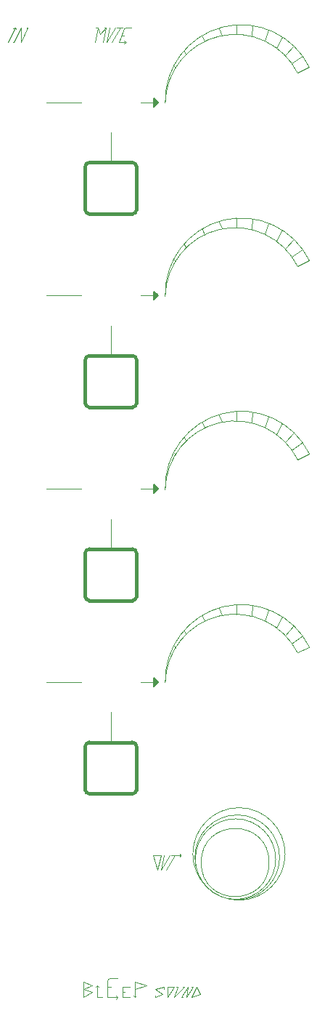
<source format=gto>
G04 #@! TF.GenerationSoftware,KiCad,Pcbnew,(6.0.0)*
G04 #@! TF.CreationDate,2022-02-14T14:22:26+01:00*
G04 #@! TF.ProjectId,Basic-mixer,42617369-632d-46d6-9978-65722e6b6963,rev?*
G04 #@! TF.SameCoordinates,Original*
G04 #@! TF.FileFunction,Legend,Top*
G04 #@! TF.FilePolarity,Positive*
%FSLAX46Y46*%
G04 Gerber Fmt 4.6, Leading zero omitted, Abs format (unit mm)*
G04 Created by KiCad (PCBNEW (6.0.0)) date 2022-02-14 14:22:26*
%MOMM*%
%LPD*%
G01*
G04 APERTURE LIST*
%ADD10C,0.120000*%
%ADD11C,0.400000*%
%ADD12C,0.150000*%
%ADD13C,0.100000*%
%ADD14O,6.700000X4.200000*%
G04 APERTURE END LIST*
D10*
X86900000Y-142800000D02*
X86900000Y-144200000D01*
X88100000Y-144200000D02*
X89300000Y-144200000D01*
X85300000Y-144200000D02*
X86300000Y-143600000D01*
X86300000Y-143600000D02*
X85300000Y-143200000D01*
X86900000Y-144200000D02*
X87500000Y-144200000D01*
X88500000Y-142000000D02*
X89300000Y-142000000D01*
X89900000Y-144200000D02*
X90700000Y-144200000D01*
X91300000Y-142400000D02*
X92700000Y-142800000D01*
X88100000Y-142400000D02*
X88100000Y-144200000D01*
X88100000Y-143000000D02*
X88500000Y-143000000D01*
X89900000Y-143000000D02*
X89900000Y-144200000D01*
X91100000Y-144000000D02*
X91300000Y-144200000D01*
X89900000Y-143000000D02*
X90700000Y-143000000D01*
X91300000Y-144200000D02*
X91300000Y-144000000D01*
X91300000Y-142400000D02*
X91300000Y-144200000D01*
X92700000Y-142800000D02*
X91300000Y-143200000D01*
X89900000Y-143600000D02*
X90100000Y-143600000D01*
X85300000Y-143200000D02*
X86300000Y-142800000D01*
X91300000Y-144200000D02*
X91500000Y-144000000D01*
X85300000Y-142400000D02*
X85300000Y-144200000D01*
X86300000Y-142800000D02*
X85300000Y-142400000D01*
X98100000Y-143000000D02*
X97900000Y-143000000D01*
X93700000Y-144200000D02*
X93700000Y-144000000D01*
X95100000Y-143000000D02*
X95100000Y-144200000D01*
X96300000Y-143000000D02*
X95900000Y-144200000D01*
X95900000Y-144200000D02*
X97100000Y-143000000D01*
X98500000Y-143000000D02*
X97900000Y-144200000D01*
X98500000Y-143000000D02*
X98900000Y-143800000D01*
X94700000Y-143000000D02*
X94700000Y-143200000D01*
X86900000Y-142800000D02*
X86700000Y-143000000D01*
X86900000Y-142800000D02*
X87100000Y-143000000D01*
X97500000Y-143000000D02*
X97300000Y-144200000D01*
X88500000Y-142000000D02*
G75*
G03*
X88100000Y-142400000I-1J-399999D01*
G01*
X94500000Y-143800000D02*
X93700000Y-144200000D01*
X89300000Y-144200000D02*
X89100000Y-144000000D01*
X89300000Y-144200000D02*
X89100000Y-144400000D01*
X93700000Y-143200000D02*
X94500000Y-143800000D01*
X95900000Y-143000000D02*
X95100000Y-143000000D01*
X97300000Y-144200000D02*
X98100000Y-143000000D01*
X97500000Y-143000000D02*
X96700000Y-144200000D01*
X96300000Y-143000000D02*
X96100000Y-143000000D01*
X96700000Y-144200000D02*
X96900000Y-144200000D01*
X97100000Y-143000000D02*
X96900000Y-143000000D01*
X95100000Y-144200000D02*
X95900000Y-143000000D01*
X97900000Y-144200000D02*
X98900000Y-143800000D01*
X94700000Y-143000000D02*
X93700000Y-143200000D01*
X88500000Y-43500000D02*
X88500000Y-47000000D01*
X95550000Y-127650000D02*
X96250000Y-127650000D01*
X93950000Y-129350000D02*
X93450000Y-127650000D01*
X93450000Y-127650000D02*
X94350000Y-127650000D01*
X94650000Y-127650000D02*
X94350000Y-129350000D01*
X94350000Y-129350000D02*
X95350000Y-127650000D01*
X94350000Y-127650000D02*
X93950000Y-129350000D01*
X95950000Y-127650000D02*
X94950000Y-129350000D01*
X108835165Y-127500000D02*
G75*
G03*
X108835165Y-127500000I-5385165J0D01*
G01*
X108189636Y-127900000D02*
G75*
G03*
X108189636Y-127900000I-4939636J0D01*
G01*
X107736150Y-128100000D02*
G75*
G03*
X107736150Y-128100000I-4686150J0D01*
G01*
X106969887Y-128500000D02*
G75*
G03*
X106969887Y-128500000I-3969887J0D01*
G01*
X77300000Y-31300000D02*
X77100000Y-31400000D01*
X77200000Y-33000000D02*
X78000000Y-31300000D01*
X77200000Y-33000000D02*
X77100000Y-33000000D01*
X78000000Y-31300000D02*
X78000000Y-33000000D01*
X77300000Y-31300000D02*
X77400000Y-31500000D01*
X78000000Y-33000000D02*
X78800000Y-31300000D01*
X76500000Y-33000000D02*
X77300000Y-31300000D01*
X78800000Y-31300000D02*
X78700000Y-31300000D01*
X106455151Y-32854115D02*
X106841985Y-31599148D01*
X110281985Y-104069148D02*
G75*
G03*
X94841985Y-107599148I-7281985J-3680852D01*
G01*
X96650000Y-127650000D02*
X96550000Y-127850000D01*
X103141985Y-99599148D02*
X103141985Y-98499148D01*
X95841985Y-103299148D02*
X96041985Y-103499148D01*
X81000000Y-107500000D02*
X85000000Y-107500000D01*
X110281985Y-81569148D02*
G75*
G03*
X94841985Y-85099148I-7281985J-3680852D01*
G01*
X103141985Y-32099148D02*
X103141985Y-30999148D01*
X106455151Y-77854115D02*
X106841985Y-76599148D01*
X104941985Y-54799148D02*
X105041985Y-53599148D01*
X104941985Y-99799148D02*
X105041985Y-98599148D01*
D11*
X85500000Y-47500000D02*
X85500000Y-52500000D01*
D10*
X88000000Y-33000000D02*
X89000000Y-31300000D01*
X110281985Y-104069148D02*
X111655151Y-103404115D01*
X111655151Y-35904115D02*
G75*
G03*
X94841985Y-40099148I-7949575J-3929148D01*
G01*
D11*
X91500000Y-47500000D02*
G75*
G03*
X91000000Y-47000000I-500001J-1D01*
G01*
D10*
X87950000Y-31300000D02*
X87250000Y-32050000D01*
X104941985Y-77299148D02*
X105041985Y-76099148D01*
D11*
X91500000Y-92500000D02*
G75*
G03*
X91000000Y-92000000I-500001J-1D01*
G01*
X85500000Y-70000000D02*
X85500000Y-75000000D01*
D12*
X94000000Y-62500000D02*
X93500000Y-63000000D01*
X93500000Y-63000000D02*
X93500000Y-62000000D01*
X93500000Y-62000000D02*
X94000000Y-62500000D01*
G36*
X94000000Y-62500000D02*
G01*
X93500000Y-63000000D01*
X93500000Y-62000000D01*
X94000000Y-62500000D01*
G37*
X94000000Y-62500000D02*
X93500000Y-63000000D01*
X93500000Y-62000000D01*
X94000000Y-62500000D01*
D11*
X91500000Y-47500000D02*
X91500000Y-52500000D01*
D10*
X99441985Y-55399148D02*
X99141985Y-54799148D01*
D11*
X86000000Y-114500000D02*
G75*
G03*
X85500000Y-115000000I1J-500001D01*
G01*
X86000000Y-69500000D02*
X91000000Y-69500000D01*
D10*
X87950000Y-31300000D02*
X87550000Y-33000000D01*
X88500000Y-88500000D02*
X88500000Y-92000000D01*
D11*
X86000000Y-114500000D02*
X91000000Y-114500000D01*
D10*
X94000000Y-107500000D02*
X92000000Y-107500000D01*
X87950000Y-31300000D02*
X87750000Y-31300000D01*
D11*
X85500000Y-52500000D02*
G75*
G03*
X86000000Y-53000000I500001J1D01*
G01*
D10*
X108865151Y-79564115D02*
X109805151Y-78434115D01*
D11*
X91500000Y-70000000D02*
X91500000Y-75000000D01*
D10*
X101441985Y-54699148D02*
X101141985Y-53899148D01*
X110281985Y-36569148D02*
G75*
G03*
X94841985Y-40099148I-7281985J-3680852D01*
G01*
X103141985Y-54599148D02*
X103141985Y-53499148D01*
X87250000Y-32050000D02*
X86950000Y-31300000D01*
X108865151Y-57064115D02*
X109805151Y-55934115D01*
D11*
X91000000Y-98000000D02*
X86000000Y-98000000D01*
D10*
X99441985Y-100399148D02*
X99141985Y-99799148D01*
X107791985Y-56149148D02*
X108475151Y-54874115D01*
X89750000Y-32200000D02*
X90050000Y-32200000D01*
X90250000Y-33000000D02*
X90050000Y-32800000D01*
X81000000Y-40000000D02*
X85000000Y-40000000D01*
D11*
X86000000Y-69500000D02*
G75*
G03*
X85500000Y-70000000I1J-500001D01*
G01*
D10*
X101441985Y-32199148D02*
X101141985Y-31399148D01*
X90250000Y-33000000D02*
X90050000Y-33200000D01*
X90450000Y-31300000D02*
X90850000Y-31300000D01*
X110281985Y-36569148D02*
X111655151Y-35904115D01*
X101441985Y-99699148D02*
X101141985Y-98899148D01*
D11*
X86000000Y-92000000D02*
X91000000Y-92000000D01*
D10*
X97041985Y-101499148D02*
X97241985Y-101899148D01*
D12*
X94000000Y-40000000D02*
X93500000Y-40500000D01*
X93500000Y-40500000D02*
X93500000Y-39500000D01*
X93500000Y-39500000D02*
X94000000Y-40000000D01*
G36*
X94000000Y-40000000D02*
G01*
X93500000Y-40500000D01*
X93500000Y-39500000D01*
X94000000Y-40000000D01*
G37*
X94000000Y-40000000D02*
X93500000Y-40500000D01*
X93500000Y-39500000D01*
X94000000Y-40000000D01*
D10*
X96650000Y-127650000D02*
X96550000Y-127450000D01*
D11*
X91000000Y-120500000D02*
X86000000Y-120500000D01*
D10*
X111655151Y-103404115D02*
G75*
G03*
X94841985Y-107599148I-7949575J-3929148D01*
G01*
X107791985Y-78649148D02*
X108475151Y-77374115D01*
D11*
X85500000Y-115000000D02*
X85500000Y-120000000D01*
D10*
X94000000Y-40000000D02*
X92000000Y-40000000D01*
D11*
X91000000Y-98000000D02*
G75*
G03*
X91500000Y-97500000I-1J500001D01*
G01*
X86000000Y-92000000D02*
G75*
G03*
X85500000Y-92500000I1J-500001D01*
G01*
X85500000Y-75000000D02*
G75*
G03*
X86000000Y-75500000I500001J1D01*
G01*
D10*
X107791985Y-101149148D02*
X108475151Y-99874115D01*
X89950000Y-31650000D02*
X89450000Y-33000000D01*
X88300000Y-31300000D02*
X88000000Y-33000000D01*
D11*
X91000000Y-120500000D02*
G75*
G03*
X91500000Y-120000000I-1J500001D01*
G01*
D10*
X86950000Y-31300000D02*
X86650000Y-33000000D01*
D11*
X85500000Y-97500000D02*
G75*
G03*
X86000000Y-98000000I500001J1D01*
G01*
D10*
X90450000Y-31300000D02*
G75*
G03*
X89950000Y-31650000I17013J-556447D01*
G01*
X97041985Y-56499148D02*
X97241985Y-56899148D01*
X81000000Y-85000000D02*
X85000000Y-85000000D01*
X106455151Y-100354115D02*
X106841985Y-99099148D01*
D12*
X94000000Y-85000000D02*
X93500000Y-85500000D01*
X93500000Y-85500000D02*
X93500000Y-84500000D01*
X93500000Y-84500000D02*
X94000000Y-85000000D01*
G36*
X94000000Y-85000000D02*
G01*
X93500000Y-85500000D01*
X93500000Y-84500000D01*
X94000000Y-85000000D01*
G37*
X94000000Y-85000000D02*
X93500000Y-85500000D01*
X93500000Y-84500000D01*
X94000000Y-85000000D01*
D10*
X111655151Y-80904115D02*
G75*
G03*
X94841985Y-85099148I-7949575J-3929148D01*
G01*
X107791985Y-33649148D02*
X108475151Y-32374115D01*
D11*
X86000000Y-47000000D02*
G75*
G03*
X85500000Y-47500000I1J-500001D01*
G01*
D10*
X97041985Y-78999148D02*
X97241985Y-79399148D01*
X108865151Y-102064115D02*
X109805151Y-100934115D01*
D11*
X85500000Y-120000000D02*
G75*
G03*
X86000000Y-120500000I500001J1D01*
G01*
D10*
X89200000Y-31300000D02*
X89900000Y-31300000D01*
D11*
X91500000Y-70000000D02*
G75*
G03*
X91000000Y-69500000I-500001J-1D01*
G01*
D10*
X109625151Y-35494115D02*
X110841985Y-34599148D01*
X106455151Y-55354115D02*
X106841985Y-54099148D01*
X101441985Y-77199148D02*
X101141985Y-76399148D01*
X95841985Y-58299148D02*
X96041985Y-58499148D01*
X94000000Y-85000000D02*
X92000000Y-85000000D01*
D11*
X85500000Y-92500000D02*
X85500000Y-97500000D01*
D10*
X88500000Y-66000000D02*
X88500000Y-69500000D01*
X94000000Y-62500000D02*
X92000000Y-62500000D01*
X81000000Y-62500000D02*
X85000000Y-62500000D01*
X104941985Y-32299148D02*
X105041985Y-31099148D01*
D12*
X94000000Y-107500000D02*
X93500000Y-108000000D01*
X93500000Y-108000000D02*
X93500000Y-107000000D01*
X93500000Y-107000000D02*
X94000000Y-107500000D01*
G36*
X94000000Y-107500000D02*
G01*
X93500000Y-108000000D01*
X93500000Y-107000000D01*
X94000000Y-107500000D01*
G37*
X94000000Y-107500000D02*
X93500000Y-108000000D01*
X93500000Y-107000000D01*
X94000000Y-107500000D01*
D10*
X109625151Y-80494115D02*
X110841985Y-79599148D01*
X96250000Y-127650000D02*
X96650000Y-127650000D01*
X99441985Y-77899148D02*
X99141985Y-77299148D01*
X110281985Y-59069148D02*
G75*
G03*
X94841985Y-62599148I-7281985J-3680852D01*
G01*
D11*
X91000000Y-75500000D02*
X86000000Y-75500000D01*
D10*
X110281985Y-59069148D02*
X111655151Y-58404115D01*
D11*
X86000000Y-47000000D02*
X91000000Y-47000000D01*
D10*
X108865151Y-34564115D02*
X109805151Y-33434115D01*
D11*
X91500000Y-115000000D02*
X91500000Y-120000000D01*
D10*
X86950000Y-31300000D02*
X86750000Y-31300000D01*
D11*
X91500000Y-115000000D02*
G75*
G03*
X91000000Y-114500000I-500001J-1D01*
G01*
X91000000Y-75500000D02*
G75*
G03*
X91500000Y-75000000I-1J500001D01*
G01*
D10*
X109625151Y-57994115D02*
X110841985Y-57099148D01*
D11*
X91000000Y-53000000D02*
G75*
G03*
X91500000Y-52500000I-1J500001D01*
G01*
D10*
X109625151Y-102994115D02*
X110841985Y-102099148D01*
X111655151Y-58404115D02*
G75*
G03*
X94841985Y-62599148I-7949575J-3929148D01*
G01*
X95841985Y-35799148D02*
X96041985Y-35999148D01*
X95841985Y-80799148D02*
X96041985Y-80999148D01*
X110281985Y-81569148D02*
X111655151Y-80904115D01*
X88500000Y-111000000D02*
X88500000Y-114500000D01*
X89450000Y-33000000D02*
X90150000Y-33000000D01*
X97041985Y-33999148D02*
X97241985Y-34399148D01*
D11*
X91500000Y-92500000D02*
X91500000Y-97500000D01*
X91000000Y-53000000D02*
X86000000Y-53000000D01*
D10*
X99441985Y-32899148D02*
X99141985Y-32299148D01*
X89600000Y-31300000D02*
X88600000Y-33000000D01*
X103141985Y-77099148D02*
X103141985Y-75999148D01*
D12*
%LPC*%
D13*
X91000000Y-52500000D02*
X86000000Y-52500000D01*
X86000000Y-52500000D02*
X86000000Y-47500000D01*
X86000000Y-47500000D02*
X91000000Y-47500000D01*
X91000000Y-47500000D02*
X91000000Y-52500000D01*
G36*
X91000000Y-52500000D02*
G01*
X86000000Y-52500000D01*
X86000000Y-47500000D01*
X91000000Y-47500000D01*
X91000000Y-52500000D01*
G37*
X91000000Y-52500000D02*
X86000000Y-52500000D01*
X86000000Y-47500000D01*
X91000000Y-47500000D01*
X91000000Y-52500000D01*
X91000000Y-120000000D02*
X86000000Y-120000000D01*
X86000000Y-120000000D02*
X86000000Y-115000000D01*
X86000000Y-115000000D02*
X91000000Y-115000000D01*
X91000000Y-115000000D02*
X91000000Y-120000000D01*
G36*
X91000000Y-120000000D02*
G01*
X86000000Y-120000000D01*
X86000000Y-115000000D01*
X91000000Y-115000000D01*
X91000000Y-120000000D01*
G37*
X91000000Y-120000000D02*
X86000000Y-120000000D01*
X86000000Y-115000000D01*
X91000000Y-115000000D01*
X91000000Y-120000000D01*
X91000000Y-97500000D02*
X86000000Y-97500000D01*
X86000000Y-97500000D02*
X86000000Y-92500000D01*
X86000000Y-92500000D02*
X91000000Y-92500000D01*
X91000000Y-92500000D02*
X91000000Y-97500000D01*
G36*
X91000000Y-97500000D02*
G01*
X86000000Y-97500000D01*
X86000000Y-92500000D01*
X91000000Y-92500000D01*
X91000000Y-97500000D01*
G37*
X91000000Y-97500000D02*
X86000000Y-97500000D01*
X86000000Y-92500000D01*
X91000000Y-92500000D01*
X91000000Y-97500000D01*
X91000000Y-75000000D02*
X86000000Y-75000000D01*
X86000000Y-75000000D02*
X86000000Y-70000000D01*
X86000000Y-70000000D02*
X91000000Y-70000000D01*
X91000000Y-70000000D02*
X91000000Y-75000000D01*
G36*
X91000000Y-75000000D02*
G01*
X86000000Y-75000000D01*
X86000000Y-70000000D01*
X91000000Y-70000000D01*
X91000000Y-75000000D01*
G37*
X91000000Y-75000000D02*
X86000000Y-75000000D01*
X86000000Y-70000000D01*
X91000000Y-70000000D01*
X91000000Y-75000000D01*
D14*
X79500000Y-25000000D03*
X79500000Y-147000000D03*
X104500000Y-147000000D03*
X104500000Y-25000000D03*
M02*

</source>
